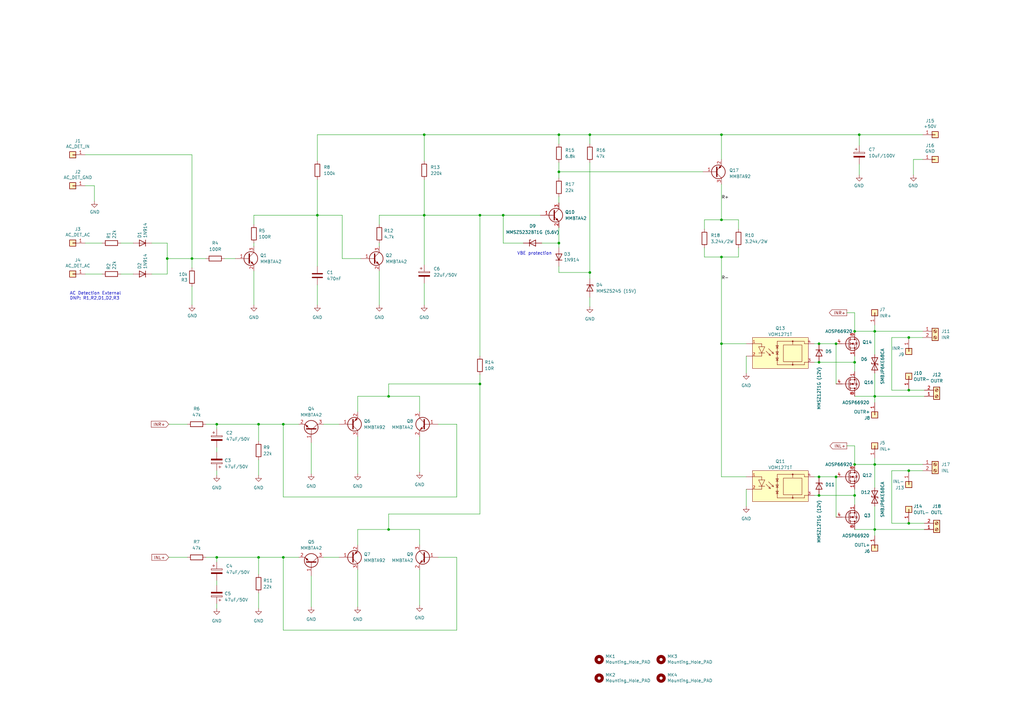
<source format=kicad_sch>
(kicad_sch (version 20230121) (generator eeschema)
  (paper "A3")
  (title_block (title "LS protection solid state relais") (date "2023-06-10") (rev "V5"))
  (lib_symbols
    (symbol "Connector:Screw_Terminal_01x02" (pin_names (offset 1.016) hide)
      (property "Reference" "J" (at 0 2.54 0))
      (property "Value" "Screw_Terminal_01x02" (at 0 -5.08 0))
      (symbol "Screw_Terminal_01x02_1_1"
        (rectangle (start -1.27 1.27) (end 1.27 -3.81) (stroke (width 0.254)) (fill (type background)))
        (circle (center 0 -2.54) (radius 0.635) (stroke (width 0.1524)))
        (polyline (pts (xy -0.5334 -2.2098) (xy 0.3302 -3.048)) (stroke (width 0.1524)))
        (polyline (pts (xy -0.5334 0.3302) (xy 0.3302 -0.508)) (stroke (width 0.1524)))
        (polyline (pts (xy -0.3556 -2.032) (xy 0.508 -2.8702)) (stroke (width 0.1524)))
        (polyline (pts (xy -0.3556 0.508) (xy 0.508 -0.3302)) (stroke (width 0.1524)))
        (circle (center 0 0) (radius 0.635) (stroke (width 0.1524)))
        (pin passive line (at -5.08 0 0) (length 3.81) (name "Pin_1") (number "1"))
        (pin passive line (at -5.08 -2.54 0) (length 3.81) (name "Pin_2") (number "2"))
      )
    )
    (symbol "Connector_Generic:Conn_01x01" (pin_names (offset 1.016) hide)
      (property "Reference" "J" (at 0 2.54 0))
      (property "Value" "Conn_01x01" (at 0 -2.54 0))
      (symbol "Conn_01x01_1_1"
        (rectangle (start -1.27 0.127) (end 0 -0.127) (stroke (width 0.1524)))
        (rectangle (start -1.27 1.27) (end 1.27 -1.27) (stroke (width 0.254)) (fill (type background)))
        (pin passive line (at -5.08 0 0) (length 3.81) (name "Pin_1") (number "1"))
      )
    )
    (symbol "Device:C" (pin_numbers hide) (pin_names (offset 0.254))
      (property "Reference" "C" (at 0.635 2.54 0))
      (property "Value" "C" (at 0.635 -2.54 0))
      (symbol "C_0_1"
        (polyline (pts (xy -2.032 -0.762) (xy 2.032 -0.762)) (stroke (width 0.508)))
        (polyline (pts (xy -2.032 0.762) (xy 2.032 0.762)) (stroke (width 0.508)))
      )
      (symbol "C_1_1"
        (pin passive line (at 0 3.81 270) (length 2.794) (name "~") (number "1"))
        (pin passive line (at 0 -3.81 90) (length 2.794) (name "~") (number "2"))
      )
    )
    (symbol "Device:C_Polarized" (pin_numbers hide) (pin_names (offset 0.254))
      (property "Reference" "C" (at 0.635 2.54 0))
      (property "Value" "C_Polarized" (at 0.635 -2.54 0))
      (symbol "C_Polarized_0_1"
        (rectangle (start -2.286 0.508) (end 2.286 1.016))
        (polyline (pts (xy -1.778 2.286) (xy -0.762 2.286)))
        (polyline (pts (xy -1.27 2.794) (xy -1.27 1.778)))
        (rectangle (start 2.286 -0.508) (end -2.286 -1.016) (fill (type outline)))
      )
      (symbol "C_Polarized_1_1"
        (pin passive line (at 0 3.81 270) (length 2.794) (name "~") (number "1"))
        (pin passive line (at 0 -3.81 90) (length 2.794) (name "~") (number "2"))
      )
    )
    (symbol "Device:D_TVS" (pin_numbers hide) (pin_names (offset 1.016) hide)
      (property "Reference" "D" (at 0 2.54 0))
      (property "Value" "D_TVS" (at 0 -2.54 0))
      (symbol "D_TVS_0_1"
        (polyline (pts (xy 1.27 0) (xy -1.27 0)))
        (polyline (pts (xy 0.508 1.27) (xy 0 1.27) (xy 0 -1.27) (xy -0.508 -1.27)) (stroke (width 0.254)))
        (polyline (pts (xy -2.54 1.27) (xy -2.54 -1.27) (xy 2.54 1.27) (xy 2.54 -1.27) (xy -2.54 1.27)) (stroke (width 0.254)))
      )
      (symbol "D_TVS_1_1"
        (pin passive line (at -3.81 0 0) (length 2.54) (name "A1") (number "1"))
        (pin passive line (at 3.81 0 180) (length 2.54) (name "A2") (number "2"))
      )
    )
    (symbol "Device:R" (pin_numbers hide) (pin_names (offset 0))
      (property "Reference" "R" (at 2.032 0 90))
      (property "Value" "R" (at 0 0 90))
      (symbol "R_0_1"
        (rectangle (start -1.016 -2.54) (end 1.016 2.54) (stroke (width 0.254)))
      )
      (symbol "R_1_1"
        (pin passive line (at 0 3.81 270) (length 1.27) (name "~") (number "1"))
        (pin passive line (at 0 -3.81 90) (length 1.27) (name "~") (number "2"))
      )
    )
    (symbol "Diode:1N4148" (pin_numbers hide) (pin_names (offset 1.016) hide)
      (property "Reference" "D" (at 0 2.54 0))
      (property "Value" "1N4148" (at 0 -2.54 0))
      (symbol "1N4148_0_1"
        (polyline (pts (xy -1.27 1.27) (xy -1.27 -1.27)) (stroke (width 0.254)))
        (polyline (pts (xy 1.27 0) (xy -1.27 0)))
        (polyline (pts (xy 1.27 1.27) (xy 1.27 -1.27) (xy -1.27 0) (xy 1.27 1.27)) (stroke (width 0.254)))
      )
      (symbol "1N4148_1_1"
        (pin passive line (at -3.81 0 0) (length 2.54) (name "K") (number "1"))
        (pin passive line (at 3.81 0 180) (length 2.54) (name "A") (number "2"))
      )
    )
    (symbol "Diode:1N47xxA" (pin_numbers hide) (pin_names (offset 1.016) hide)
      (property "Reference" "D" (at 0 2.54 0))
      (property "Value" "1N47xxA" (at 0 -2.54 0))
      (symbol "1N47xxA_0_1"
        (polyline (pts (xy 1.27 0) (xy -1.27 0)))
        (polyline (pts (xy -1.27 -1.27) (xy -1.27 1.27) (xy -0.762 1.27)) (stroke (width 0.254)))
        (polyline (pts (xy 1.27 -1.27) (xy 1.27 1.27) (xy -1.27 0) (xy 1.27 -1.27)) (stroke (width 0.254)))
      )
      (symbol "1N47xxA_1_1"
        (pin passive line (at -3.81 0 0) (length 2.54) (name "K") (number "1"))
        (pin passive line (at 3.81 0 180) (length 2.54) (name "A") (number "2"))
      )
    )
    (symbol "Mechanical:MountingHole" (pin_names (offset 1.016))
      (property "Reference" "H" (at 0 5.08 0))
      (property "Value" "MountingHole" (at 0 3.175 0))
      (symbol "MountingHole_0_1"
        (circle (center 0 0) (radius 1.27) (stroke (width 1.27)))
      )
    )
    (symbol "Transistor_BJT:MMBTA42" (pin_names (offset 0) hide)
      (property "Reference" "Q" (at 5.08 1.905 0))
      (property "Value" "MMBTA42" (at 5.08 0 0))
      (symbol "MMBTA42_0_1"
        (polyline (pts (xy 0 0) (xy 0.635 0)))
        (polyline (pts (xy 0.635 0.635) (xy 2.54 2.54)))
        (polyline (pts (xy 0.635 -0.635) (xy 2.54 -2.54) (xy 2.54 -2.54)))
        (polyline (pts (xy 0.635 1.905) (xy 0.635 -1.905) (xy 0.635 -1.905)) (stroke (width 0.508)))
        (polyline (pts (xy 1.27 -1.778) (xy 1.778 -1.27) (xy 2.286 -2.286) (xy 1.27 -1.778) (xy 1.27 -1.778)) (fill (type outline)))
        (circle (center 1.27 0) (radius 2.8194) (stroke (width 0.254)))
      )
      (symbol "MMBTA42_1_1"
        (pin input line (at -5.08 0 0) (length 5.08) (name "B") (number "1"))
        (pin passive line (at 2.54 -5.08 90) (length 2.54) (name "E") (number "2"))
        (pin passive line (at 2.54 5.08 270) (length 2.54) (name "C") (number "3"))
      )
    )
    (symbol "Transistor_BJT:MMBTA92" (pin_names (offset 0) hide)
      (property "Reference" "Q" (at 5.08 1.905 0))
      (property "Value" "MMBTA92" (at 5.08 0 0))
      (symbol "MMBTA92_0_1"
        (polyline (pts (xy 0 0) (xy 0.635 0)))
        (polyline (pts (xy 2.54 -2.54) (xy 0.635 -0.635)))
        (polyline (pts (xy 2.54 2.54) (xy 0.635 0.635)))
        (polyline (pts (xy 0.635 1.905) (xy 0.635 -1.905) (xy 0.635 -1.905)) (stroke (width 0.508)) (fill (type outline)))
        (polyline (pts (xy 1.905 -2.413) (xy 2.413 -1.905) (xy 1.397 -1.397) (xy 1.905 -2.413) (xy 1.905 -2.413)) (fill (type outline)))
        (circle (center 1.27 0) (radius 2.8194) (stroke (width 0.254)))
      )
      (symbol "MMBTA92_1_1"
        (pin input line (at -5.08 0 0) (length 5.08) (name "B") (number "1"))
        (pin passive line (at 2.54 -5.08 90) (length 2.54) (name "E") (number "2"))
        (pin passive line (at 2.54 5.08 270) (length 2.54) (name "C") (number "3"))
      )
    )
    (symbol "Transistor_FET:IRF7403" (pin_names hide)
      (property "Reference" "Q" (at 5.08 2.54 0))
      (property "Value" "IRF7403" (at 5.08 0 0))
      (symbol "IRF7403_0_1"
        (polyline (pts (xy 0.254 0) (xy -2.54 0)))
        (polyline (pts (xy 0.254 1.905) (xy 0.254 -1.905)) (stroke (width 0.254)))
        (polyline (pts (xy 0.762 -1.27) (xy 0.762 -2.286)) (stroke (width 0.254)))
        (polyline (pts (xy 0.762 0.508) (xy 0.762 -0.508)) (stroke (width 0.254)))
        (polyline (pts (xy 0.762 2.286) (xy 0.762 1.27)) (stroke (width 0.254)))
        (polyline (pts (xy 2.54 2.54) (xy 2.54 1.778)))
        (polyline (pts (xy 2.54 -2.54) (xy 2.54 0) (xy 0.762 0)))
        (polyline (pts (xy 0.762 -1.778) (xy 3.302 -1.778) (xy 3.302 1.778) (xy 0.762 1.778)))
        (polyline (pts (xy 1.016 0) (xy 2.032 0.381) (xy 2.032 -0.381) (xy 1.016 0)) (fill (type outline)))
        (polyline (pts (xy 2.794 0.508) (xy 2.921 0.381) (xy 3.683 0.381) (xy 3.81 0.254)))
        (polyline (pts (xy 3.302 0.381) (xy 2.921 -0.254) (xy 3.683 -0.254) (xy 3.302 0.381)))
        (circle (center 1.651 0) (radius 2.794) (stroke (width 0.254)))
        (circle (center 2.54 -1.778) (radius 0.254) (fill (type outline)))
        (circle (center 2.54 1.778) (radius 0.254) (fill (type outline)))
      )
      (symbol "IRF7403_1_1"
        (pin passive line (at 2.54 -5.08 90) (length 2.54) (name "S") (number "1"))
        (pin passive line (at 2.54 -5.08 90) (length 2.54) hide (name "S") (number "2"))
        (pin passive line (at 2.54 -5.08 90) (length 2.54) hide (name "S") (number "3"))
        (pin input line (at -5.08 0 0) (length 2.54) (name "G") (number "4"))
        (pin passive line (at 2.54 5.08 270) (length 2.54) hide (name "D") (number "5"))
        (pin passive line (at 2.54 5.08 270) (length 2.54) hide (name "D") (number "6"))
        (pin passive line (at 2.54 5.08 270) (length 2.54) hide (name "D") (number "7"))
        (pin passive line (at 2.54 5.08 270) (length 2.54) (name "D") (number "8"))
      )
    )
    (symbol "kicad-snk:VOM1271T" (pin_names (offset 1.016))
      (property "Reference" "Q" (at 0 5.08 0))
      (property "Value" "VOM1271T" (at 0 7.62 0))
      (symbol "VOM1271T_1_1"
        (polyline (pts (xy 7.62 -3.81) (xy 10.16 -3.81)))
        (polyline (pts (xy 7.62 -1.27) (xy 8.89 -3.81)))
        (polyline (pts (xy 7.62 -1.27) (xy 10.16 -1.27)))
        (polyline (pts (xy 8.89 -5.08) (xy 8.89 -3.81)))
        (polyline (pts (xy 8.89 -3.81) (xy 10.16 -1.27)))
        (polyline (pts (xy 8.89 0) (xy 8.89 -1.27)))
        (polyline (pts (xy 10.668 -3.048) (xy 12.446 -4.826)))
        (polyline (pts (xy 11.684 -2.032) (xy 13.716 -4.064)))
        (polyline (pts (xy 12.446 -4.826) (xy 11.684 -4.572)))
        (polyline (pts (xy 12.446 -4.826) (xy 12.192 -4.064)))
        (polyline (pts (xy 13.716 -4.064) (xy 12.954 -3.81)))
        (polyline (pts (xy 13.716 -4.064) (xy 13.462 -3.302)))
        (polyline (pts (xy 14.732 -6.858) (xy 15.748 -6.858)))
        (polyline (pts (xy 14.732 -5.842) (xy 15.748 -5.842)))
        (polyline (pts (xy 14.732 -4.318) (xy 15.748 -4.318)))
        (polyline (pts (xy 14.732 -3.302) (xy 15.24 -4.318)))
        (polyline (pts (xy 14.732 -3.302) (xy 15.748 -3.302)))
        (polyline (pts (xy 14.732 -1.778) (xy 15.748 -1.778)))
        (polyline (pts (xy 14.732 -0.762) (xy 15.748 -0.762)))
        (polyline (pts (xy 15.24 -8.636) (xy 15.24 1.016)))
        (polyline (pts (xy 15.24 -8.636) (xy 26.416 -8.636)))
        (polyline (pts (xy 15.24 -6.858) (xy 14.732 -5.842)))
        (polyline (pts (xy 15.24 -4.318) (xy 15.748 -3.302)))
        (polyline (pts (xy 15.24 -1.778) (xy 14.732 -0.762)))
        (polyline (pts (xy 15.24 1.016) (xy 26.416 1.016)))
        (polyline (pts (xy 15.748 -5.842) (xy 15.24 -6.858)))
        (polyline (pts (xy 15.748 -0.762) (xy 15.24 -1.778)))
        (polyline (pts (xy 21.59 -8.636) (xy 21.59 -7.62)))
        (polyline (pts (xy 21.59 1.016) (xy 21.59 -0.254)))
        (polyline (pts (xy 26.416 -8.636) (xy 26.416 -7.62)))
        (polyline (pts (xy 26.416 0) (xy 26.416 0.762)))
        (rectangle (start 5.08 2.54) (end 27.94 -10.16) (fill (type background)))
        (rectangle (start 17.78 -0.508) (end 25.4 -7.366) (fill (type background)))
        (circle (center 21.59 -8.636) (radius 0.254))
        (circle (center 21.59 1.016) (radius 0.254))
        (pin passive line (at 2.54 0 0) (length 6.35) (name "ANODE") (number "1"))
        (pin passive line (at 2.54 -5.08 0) (length 6.35) (name "CATHODE") (number "2"))
        (pin passive line (at 30.48 -7.62 180) (length 4.064) (name "3") (number "3"))
        (pin passive line (at 30.48 0 180) (length 4.064) (name "4") (number "4"))
      )
    )
    (symbol "power:GND" (power) (pin_names (offset 0))
      (property "Value" "GND" (at 0 -3.81 0))
      (symbol "GND_0_1"
        (polyline (pts (xy 0 0) (xy 0 -1.27) (xy 1.27 -1.27) (xy 0 -2.54) (xy -1.27 -1.27) (xy 0 -1.27)))
      )
      (symbol "GND_1_1"
        (pin power_in line (at 0 0 270) (length 0) hide (name "GND") (number "1"))
      )
    )
  )
  (junction (at 335.915 195.58))
  (junction (at 68.58 106.045))
  (junction (at 173.99 88.265))
  (junction (at 295.91 55.245))
  (junction (at 88.9 228.6))
  (junction (at 130.175 88.265))
  (junction (at 196.85 88.265))
  (junction (at 342.9 195.58))
  (junction (at 241.935 111.76))
  (junction (at 342.9 140.97))
  (junction (at 106.045 173.99))
  (junction (at 295.91 105.41))
  (junction (at 116.205 228.6))
  (junction (at 335.915 203.2))
  (junction (at 106.045 228.6))
  (junction (at 350.52 135.89))
  (junction (at 335.915 148.59))
  (junction (at 206.375 88.265))
  (junction (at 78.74 106.045))
  (junction (at 295.91 140.97))
  (junction (at 295.91 90.17))
  (junction (at 358.775 217.17))
  (junction (at 350.52 190.5))
  (junction (at 358.775 190.5))
  (junction (at 352.425 55.245))
  (junction (at 196.85 157.48))
  (junction (at 372.745 214.63))
  (junction (at 159.385 162.56))
  (junction (at 229.235 70.485))
  (junction (at 372.745 160.02))
  (junction (at 116.205 173.99))
  (junction (at 229.235 55.245))
  (junction (at 358.775 135.89))
  (junction (at 350.52 148.59))
  (junction (at 229.235 99.695))
  (junction (at 159.385 217.17))
  (junction (at 241.935 55.245))
  (junction (at 88.9 173.99))
  (junction (at 335.915 140.97))
  (junction (at 372.745 193.04))
  (junction (at 350.52 203.2))
  (junction (at 173.99 55.245))
  (junction (at 358.775 162.56))
  (junction (at 372.745 138.43))
  (wire (pts (xy 342.9 140.97) (xy 342.9 157.48)))
  (wire (pts (xy 116.205 203.835) (xy 187.325 203.835)))
  (wire (pts (xy 295.91 55.245) (xy 295.91 65.405)))
  (wire (pts (xy 196.85 210.82) (xy 196.85 157.48)))
  (wire (pts (xy 335.915 148.59) (xy 350.52 148.59)))
  (wire (pts (xy 104.14 111.125) (xy 104.14 125.095)))
  (wire (pts (xy 295.91 55.245) (xy 352.425 55.245)))
  (wire (pts (xy 229.235 70.485) (xy 288.29 70.485)))
  (wire (pts (xy 104.14 99.695) (xy 104.14 100.965)))
  (wire (pts (xy 132.715 228.6) (xy 139.065 228.6)))
  (wire (pts (xy 334.01 195.58) (xy 335.915 195.58)))
  (wire (pts (xy 92.075 106.045) (xy 96.52 106.045)))
  (wire (pts (xy 173.99 116.205) (xy 173.99 125.095)))
  (wire (pts (xy 88.9 228.6) (xy 88.9 230.505)))
  (wire (pts (xy 372.745 193.04) (xy 372.745 193.675)))
  (wire (pts (xy 358.775 217.17) (xy 379.095 217.17)))
  (wire (pts (xy 187.325 258.445) (xy 187.325 228.6)))
  (wire (pts (xy 159.385 157.48) (xy 159.385 162.56)))
  (wire (pts (xy 350.52 135.89) (xy 358.775 135.89)))
  (wire (pts (xy 372.745 159.385) (xy 372.745 160.02)))
  (wire (pts (xy 78.74 117.475) (xy 78.74 125.095)))
  (wire (pts (xy 358.775 145.415) (xy 358.775 135.89)))
  (wire (pts (xy 106.045 243.205) (xy 106.045 249.555)))
  (wire (pts (xy 196.85 157.48) (xy 159.385 157.48)))
  (wire (pts (xy 374.65 65.405) (xy 378.46 65.405)))
  (wire (pts (xy 229.235 93.345) (xy 229.235 99.695)))
  (wire (pts (xy 140.335 106.045) (xy 147.955 106.045)))
  (wire (pts (xy 335.915 140.97) (xy 342.9 140.97)))
  (wire (pts (xy 229.235 111.76) (xy 241.935 111.76)))
  (wire (pts (xy 127.635 181.61) (xy 127.635 194.31)))
  (wire (pts (xy 172.085 217.17) (xy 172.085 223.52)))
  (wire (pts (xy 88.9 173.99) (xy 106.045 173.99)))
  (wire (pts (xy 88.9 183.515) (xy 88.9 185.42)))
  (wire (pts (xy 140.335 88.265) (xy 140.335 106.045)))
  (wire (pts (xy 295.91 140.97) (xy 295.91 195.58)))
  (wire (pts (xy 38.735 76.2) (xy 34.925 76.2)))
  (wire (pts (xy 288.925 105.41) (xy 295.91 105.41)))
  (wire (pts (xy 78.74 63.5) (xy 34.925 63.5)))
  (wire (pts (xy 173.99 88.265) (xy 155.575 88.265)))
  (wire (pts (xy 62.23 112.395) (xy 68.58 112.395)))
  (wire (pts (xy 241.935 121.92) (xy 241.935 125.73)))
  (wire (pts (xy 365.76 193.04) (xy 365.76 214.63)))
  (wire (pts (xy 334.01 203.2) (xy 335.915 203.2)))
  (wire (pts (xy 302.895 90.17) (xy 295.91 90.17)))
  (wire (pts (xy 378.46 193.04) (xy 372.745 193.04)))
  (wire (pts (xy 378.46 138.43) (xy 372.745 138.43)))
  (wire (pts (xy 306.07 146.05) (xy 306.07 153.035)))
  (wire (pts (xy 116.205 228.6) (xy 116.205 258.445)))
  (wire (pts (xy 78.74 106.045) (xy 84.455 106.045)))
  (wire (pts (xy 49.53 99.695) (xy 54.61 99.695)))
  (wire (pts (xy 206.375 88.265) (xy 221.615 88.265)))
  (wire (pts (xy 347.345 182.88) (xy 350.52 182.88)))
  (wire (pts (xy 106.045 188.595) (xy 106.045 194.945)))
  (wire (pts (xy 358.775 190.5) (xy 378.46 190.5)))
  (wire (pts (xy 127.635 236.22) (xy 127.635 248.92)))
  (wire (pts (xy 350.52 200.66) (xy 350.52 203.2)))
  (wire (pts (xy 295.91 195.58) (xy 306.07 195.58)))
  (wire (pts (xy 302.895 105.41) (xy 302.895 101.6)))
  (wire (pts (xy 241.935 111.76) (xy 241.935 114.3)))
  (wire (pts (xy 352.425 55.245) (xy 378.46 55.245)))
  (wire (pts (xy 229.235 109.22) (xy 229.235 111.76)))
  (wire (pts (xy 372.745 160.02) (xy 379.095 160.02)))
  (wire (pts (xy 155.575 88.265) (xy 155.575 92.075)))
  (wire (pts (xy 34.925 99.695) (xy 41.91 99.695)))
  (wire (pts (xy 173.99 55.245) (xy 130.175 55.245)))
  (wire (pts (xy 34.925 112.395) (xy 41.91 112.395)))
  (wire (pts (xy 68.58 106.045) (xy 68.58 112.395)))
  (wire (pts (xy 229.235 66.675) (xy 229.235 70.485)))
  (wire (pts (xy 49.53 112.395) (xy 54.61 112.395)))
  (wire (pts (xy 155.575 99.695) (xy 155.575 100.965)))
  (wire (pts (xy 106.045 228.6) (xy 116.205 228.6)))
  (wire (pts (xy 116.205 258.445) (xy 187.325 258.445)))
  (wire (pts (xy 173.99 73.66) (xy 173.99 88.265)))
  (wire (pts (xy 104.14 88.265) (xy 104.14 92.075)))
  (wire (pts (xy 196.85 88.265) (xy 196.85 146.05)))
  (wire (pts (xy 130.175 88.265) (xy 140.335 88.265)))
  (wire (pts (xy 295.91 140.97) (xy 306.07 140.97)))
  (wire (pts (xy 334.01 140.97) (xy 335.915 140.97)))
  (wire (pts (xy 350.52 217.17) (xy 358.775 217.17)))
  (wire (pts (xy 159.385 217.17) (xy 159.385 210.82)))
  (wire (pts (xy 106.045 173.99) (xy 106.045 180.975)))
  (wire (pts (xy 106.045 173.99) (xy 116.205 173.99)))
  (wire (pts (xy 116.205 173.99) (xy 122.555 173.99)))
  (wire (pts (xy 104.14 88.265) (xy 130.175 88.265)))
  (wire (pts (xy 358.775 207.645) (xy 358.775 217.17)))
  (wire (pts (xy 352.425 67.31) (xy 352.425 71.755)))
  (wire (pts (xy 78.74 106.045) (xy 78.74 109.855)))
  (wire (pts (xy 187.325 228.6) (xy 179.705 228.6)))
  (wire (pts (xy 130.175 73.66) (xy 130.175 88.265)))
  (wire (pts (xy 358.775 187.96) (xy 358.775 190.5)))
  (wire (pts (xy 358.775 217.17) (xy 358.775 219.71)))
  (wire (pts (xy 241.935 55.245) (xy 241.935 59.055)))
  (wire (pts (xy 146.685 179.07) (xy 146.685 194.31)))
  (wire (pts (xy 347.345 128.27) (xy 350.52 128.27)))
  (wire (pts (xy 173.99 55.245) (xy 229.235 55.245)))
  (wire (pts (xy 106.045 228.6) (xy 106.045 235.585)))
  (wire (pts (xy 350.52 182.88) (xy 350.52 190.5)))
  (wire (pts (xy 334.01 148.59) (xy 335.915 148.59)))
  (wire (pts (xy 342.9 195.58) (xy 342.9 212.09)))
  (wire (pts (xy 173.99 55.245) (xy 173.99 66.04)))
  (wire (pts (xy 302.895 93.98) (xy 302.895 90.17)))
  (wire (pts (xy 130.175 55.245) (xy 130.175 66.04)))
  (wire (pts (xy 302.895 105.41) (xy 295.91 105.41)))
  (wire (pts (xy 130.175 88.265) (xy 130.175 109.22)))
  (wire (pts (xy 172.085 179.07) (xy 172.085 193.675)))
  (wire (pts (xy 68.58 99.695) (xy 62.23 99.695)))
  (wire (pts (xy 350.52 148.59) (xy 350.52 152.4)))
  (wire (pts (xy 358.775 153.035) (xy 358.775 162.56)))
  (wire (pts (xy 222.25 99.695) (xy 229.235 99.695)))
  (wire (pts (xy 173.99 88.265) (xy 196.85 88.265)))
  (wire (pts (xy 159.385 162.56) (xy 172.085 162.56)))
  (wire (pts (xy 88.9 173.99) (xy 88.9 175.895)))
  (wire (pts (xy 68.58 106.045) (xy 78.74 106.045)))
  (wire (pts (xy 295.91 75.565) (xy 295.91 90.17)))
  (wire (pts (xy 350.52 146.05) (xy 350.52 148.59)))
  (wire (pts (xy 88.9 228.6) (xy 106.045 228.6)))
  (wire (pts (xy 229.235 99.695) (xy 229.235 101.6)))
  (wire (pts (xy 229.235 55.245) (xy 229.235 59.055)))
  (wire (pts (xy 350.52 128.27) (xy 350.52 135.89)))
  (wire (pts (xy 38.735 82.55) (xy 38.735 76.2)))
  (wire (pts (xy 187.325 203.835) (xy 187.325 173.99)))
  (wire (pts (xy 295.91 105.41) (xy 295.91 140.97)))
  (wire (pts (xy 116.205 173.99) (xy 116.205 203.835)))
  (wire (pts (xy 229.235 70.485) (xy 229.235 73.025)))
  (wire (pts (xy 146.685 162.56) (xy 159.385 162.56)))
  (wire (pts (xy 88.9 193.04) (xy 88.9 194.945)))
  (wire (pts (xy 241.935 66.675) (xy 241.935 111.76)))
  (wire (pts (xy 88.9 238.125) (xy 88.9 240.03)))
  (wire (pts (xy 372.745 193.04) (xy 365.76 193.04)))
  (wire (pts (xy 372.745 213.995) (xy 372.745 214.63)))
  (wire (pts (xy 172.085 233.68) (xy 172.085 248.285)))
  (wire (pts (xy 146.685 217.17) (xy 159.385 217.17)))
  (wire (pts (xy 88.9 247.65) (xy 88.9 249.555)))
  (wire (pts (xy 365.76 160.02) (xy 372.745 160.02)))
  (wire (pts (xy 288.925 90.17) (xy 295.91 90.17)))
  (wire (pts (xy 335.915 195.58) (xy 342.9 195.58)))
  (wire (pts (xy 196.85 153.67) (xy 196.85 157.48)))
  (wire (pts (xy 187.325 173.99) (xy 179.705 173.99)))
  (wire (pts (xy 335.915 203.2) (xy 350.52 203.2)))
  (wire (pts (xy 132.715 173.99) (xy 139.065 173.99)))
  (wire (pts (xy 350.52 162.56) (xy 358.775 162.56)))
  (wire (pts (xy 68.58 106.045) (xy 68.58 99.695)))
  (wire (pts (xy 69.215 173.99) (xy 76.835 173.99)))
  (wire (pts (xy 358.775 133.35) (xy 358.775 135.89)))
  (wire (pts (xy 372.745 214.63) (xy 379.095 214.63)))
  (wire (pts (xy 146.685 223.52) (xy 146.685 217.17)))
  (wire (pts (xy 206.375 99.695) (xy 206.375 88.265)))
  (wire (pts (xy 172.085 162.56) (xy 172.085 168.91)))
  (wire (pts (xy 358.775 200.025) (xy 358.775 190.5)))
  (wire (pts (xy 78.74 106.045) (xy 78.74 63.5)))
  (wire (pts (xy 196.85 88.265) (xy 206.375 88.265)))
  (wire (pts (xy 159.385 217.17) (xy 172.085 217.17)))
  (wire (pts (xy 84.455 228.6) (xy 88.9 228.6)))
  (wire (pts (xy 173.99 88.265) (xy 173.99 108.585)))
  (wire (pts (xy 358.775 135.89) (xy 378.46 135.89)))
  (wire (pts (xy 288.925 101.6) (xy 288.925 105.41)))
  (wire (pts (xy 146.685 168.91) (xy 146.685 162.56)))
  (wire (pts (xy 229.235 80.645) (xy 229.235 83.185)))
  (wire (pts (xy 69.215 228.6) (xy 76.835 228.6)))
  (wire (pts (xy 84.455 173.99) (xy 88.9 173.99)))
  (wire (pts (xy 372.745 138.43) (xy 365.76 138.43)))
  (wire (pts (xy 358.775 162.56) (xy 358.775 165.1)))
  (wire (pts (xy 288.925 93.98) (xy 288.925 90.17)))
  (wire (pts (xy 155.575 111.125) (xy 155.575 125.095)))
  (wire (pts (xy 365.76 138.43) (xy 365.76 160.02)))
  (wire (pts (xy 365.76 214.63) (xy 372.745 214.63)))
  (wire (pts (xy 352.425 55.245) (xy 352.425 59.69)))
  (wire (pts (xy 130.175 116.84) (xy 130.175 125.095)))
  (wire (pts (xy 159.385 210.82) (xy 196.85 210.82)))
  (wire (pts (xy 146.685 233.68) (xy 146.685 248.92)))
  (wire (pts (xy 241.935 55.245) (xy 295.91 55.245)))
  (wire (pts (xy 372.745 138.43) (xy 372.745 139.065)))
  (wire (pts (xy 350.52 203.2) (xy 350.52 207.01)))
  (wire (pts (xy 374.65 71.755) (xy 374.65 65.405)))
  (wire (pts (xy 214.63 99.695) (xy 206.375 99.695)))
  (wire (pts (xy 229.235 55.245) (xy 241.935 55.245)))
  (wire (pts (xy 350.52 190.5) (xy 358.775 190.5)))
  (wire (pts (xy 306.07 200.66) (xy 306.07 207.645)))
  (wire (pts (xy 116.205 228.6) (xy 122.555 228.6)))
  (wire (pts (xy 358.775 162.56) (xy 379.095 162.56)))
  (text "AC Detection External\nDNP: R1,R2,D1,D2,R3" (at 28.575 123.19 0) (effects (font (size 1.27 1.27)) (justify left bottom)))
  (text "VBE protection" (at 212.09 104.775 0) (effects (font (size 1.27 1.27)) (justify left bottom)))
  (label "R+" (at 295.91 81.915 0))
  (label "R-" (at 295.91 114.935 0))
  (global_label "INL+" (shape output) (at 347.345 182.88 180) (property "Intersheetrefs" "${INTERSHEET_REFS}" (effects hide)))
  (global_label "INL+" (shape input) (at 69.215 228.6 180) (property "Intersheetrefs" "${INTERSHEET_REFS}" (effects hide)))
  (global_label "INR+" (shape output) (at 347.345 128.27 180) (property "Intersheetrefs" "${INTERSHEET_REFS}" (effects hide)))
  (global_label "INR+" (shape input) (at 69.215 173.99 180) (property "Intersheetrefs" "${INTERSHEET_REFS}" (effects hide)))
  (symbol (lib_id "power:GND") (at 374.65 71.755 0) (mirror y) (unit 1)
    (property "Reference" "#PWR0101" (effects hide))
    (property "Value" "GND" (at 374.523 76.1492 0))
  )
  (symbol (lib_id "Diode:1N47xxA") (at 335.915 144.78 270) (unit 1)
    (property "Reference" "D5" (at 338.455 144.145 90) (effects (justify left)))
    (property "Value" "MMSZ12T1G (12V)" (at 335.915 150.495 0) (effects (justify left)))
    (property "Footprint" "Diode_SMD:D_SOD-123" (effects hide))
  )
  (symbol (lib_id "power:GND") (at 306.07 207.645 0) (unit 1)
    (property "Reference" "#PWR0102" (effects hide))
    (property "Value" "GND" (at 306.07 212.725 0))
  )
  (symbol (lib_id "power:GND") (at 146.685 248.92 0) (unit 1)
    (property "Reference" "#PWR0110" (effects hide))
    (property "Value" "GND" (at 146.685 254 0))
  )
  (symbol (lib_id "Connector_Generic:Conn_01x01") (at 358.775 128.27 90) (unit 1)
    (property "Reference" "J7" (at 360.68 127 90) (effects (justify right)))
    (property "Value" "INR+" (at 360.68 129.54 90) (effects (justify right)))
    (property "Footprint" "kicad-snk:TE-726386-2_Pitch5.08mm_Drill1.3mm" (effects hide))
  )
  (symbol (lib_id "Device:R") (at 104.14 95.885 0) (unit 1)
    (property "Reference" "R5" (at 106.045 94.6149 0) (effects (justify left)))
    (property "Value" "100R" (at 106.045 97.1549 0) (effects (justify left)))
    (property "Footprint" "Resistor_SMD:R_0805_2012Metric_Pad1.20x1.40mm_HandSolder" (effects hide))
  )
  (symbol (lib_id "Transistor_FET:IRF7403") (at 347.98 195.58 0) (unit 1)
    (property "Reference" "Q12" (at 353.695 194.945 0) (effects (justify left)))
    (property "Value" "AOSP66920" (at 338.455 190.5 0) (effects (justify left)))
    (property "Footprint" "Package_SO:SOIC-8_3.9x4.9mm_P1.27mm" (effects hide))
    (property "Datasheet" "https://www.infineon.com/dgdl/irf7403pbf.pdf?fileId=5546d462533600a4015355fa23541b9c" (effects hide))
  )
  (symbol (lib_id "Transistor_BJT:MMBTA42") (at 174.625 228.6 0) (mirror y) (unit 1)
    (property "Reference" "Q9" (at 169.545 227.3299 0) (effects (justify left)))
    (property "Value" "MMBTA42" (at 169.545 229.8699 0) (effects (justify left)))
    (property "Footprint" "Package_TO_SOT_SMD:SOT-23" (effects hide))
    (property "Datasheet" "https://www.onsemi.com/pub/Collateral/MMBTA42LT1-D.PDF" (effects hide))
  )
  (symbol (lib_id "Transistor_BJT:MMBTA42") (at 101.6 106.045 0) (unit 1)
    (property "Reference" "Q1" (at 106.68 104.7749 0) (effects (justify left)))
    (property "Value" "MMBTA42" (at 106.68 107.3149 0) (effects (justify left)))
    (property "Footprint" "Package_TO_SOT_SMD:SOT-23" (effects hide))
    (property "Datasheet" "https://www.onsemi.com/pub/Collateral/MMBTA42LT1-D.PDF" (effects hide))
  )
  (symbol (lib_id "Transistor_BJT:MMBTA42") (at 153.035 106.045 0) (unit 1)
    (property "Reference" "Q2" (at 158.115 104.7749 0) (effects (justify left)))
    (property "Value" "MMBTA42" (at 158.115 107.3149 0) (effects (justify left)))
    (property "Footprint" "Package_TO_SOT_SMD:SOT-23" (effects hide))
    (property "Datasheet" "https://www.onsemi.com/pub/Collateral/MMBTA42LT1-D.PDF" (effects hide))
  )
  (symbol (lib_id "Connector_Generic:Conn_01x01") (at 358.775 170.18 270) (unit 1)
    (property "Reference" "J8" (at 356.87 171.45 90) (effects (justify right)))
    (property "Value" "OUTR+" (at 356.87 168.91 90) (effects (justify right)))
    (property "Footprint" "kicad-snk:TE-726386-2_Pitch5.08mm_Drill1.3mm" (effects hide))
  )
  (symbol (lib_id "Mechanical:MountingHole") (at 271.145 278.13 0) (unit 1)
    (property "Reference" "MK4" (at 273.685 276.8346 0) (effects (justify left)))
    (property "Value" "Mounting_Hole_PAD" (at 273.685 279.146 0) (effects (justify left)))
    (property "Footprint" "MountingHole:MountingHole_3.2mm_M3_Pad_Via" (effects hide))
  )
  (symbol (lib_id "Mechanical:MountingHole") (at 245.745 278.13 0) (unit 1)
    (property "Reference" "MK2" (at 248.285 276.8346 0) (effects (justify left)))
    (property "Value" "Mounting_Hole_PAD" (at 248.285 279.146 0) (effects (justify left)))
    (property "Footprint" "MountingHole:MountingHole_3.2mm_M3_Pad_Via" (effects hide))
  )
  (symbol (lib_id "Connector:Screw_Terminal_01x02") (at 383.54 135.89 0) (unit 1)
    (property "Reference" "J11" (at 386.08 135.8899 0) (effects (justify left)))
    (property "Value" "INR" (at 386.08 138.4299 0) (effects (justify left)))
    (property "Footprint" "TerminalBlock_RND:TerminalBlock_RND_205-00012_1x02_P5.00mm_Horizontal" (effects hide))
  )
  (symbol (lib_id "Diode:1N4148") (at 229.235 105.41 90) (unit 1)
    (property "Reference" "D3" (at 231.267 104.2416 90) (effects (justify right)))
    (property "Value" "1N914" (at 231.267 106.553 90) (effects (justify right)))
    (property "Footprint" "Diode_SMD:D_SOD-123" (effects hide))
    (property "Datasheet" "https://assets.nexperia.com/documents/data-sheet/1N4148_1N4448.pdf" (effects hide))
  )
  (symbol (lib_id "Connector_Generic:Conn_01x01") (at 29.845 63.5 180) (unit 1)
    (property "Reference" "J1" (at 31.9278 57.785 0))
    (property "Value" "AC_DET_IN" (at 31.9278 60.0964 0))
    (property "Footprint" "Connector_Pin:Pin_D1.0mm_L10.0mm" (effects hide))
  )
  (symbol (lib_id "Device:R") (at 45.72 112.395 90) (unit 1)
    (property "Reference" "R2" (at 44.5516 110.617 0) (effects (justify left)))
    (property "Value" "22k" (at 46.863 110.617 0) (effects (justify left)))
    (property "Footprint" "Resistor_SMD:R_0805_2012Metric_Pad1.20x1.40mm_HandSolder" (effects hide))
  )
  (symbol (lib_id "Device:C_Polarized") (at 88.9 189.23 180) (unit 1)
    (property "Reference" "C3" (at 92.075 188.8489 0) (effects (justify right)))
    (property "Value" "47uF/50V" (at 92.075 191.3889 0) (effects (justify right)))
    (property "Footprint" "Capacitor_THT:CP_Radial_D6.3mm_P2.50mm" (effects hide))
  )
  (symbol (lib_id "Connector_Generic:Conn_01x01") (at 29.845 112.395 180) (unit 1)
    (property "Reference" "J4" (at 31.9278 106.68 0))
    (property "Value" "AC_DET_AC" (at 31.9278 108.9914 0))
    (property "Footprint" "Connector_Pin:Pin_D1.0mm_L10.0mm" (effects hide))
  )
  (symbol (lib_id "Transistor_FET:IRF7403") (at 347.98 157.48 0) (mirror x) (unit 1)
    (property "Reference" "Q16" (at 354.33 156.845 0) (effects (justify left)))
    (property "Value" "AOSP66920" (at 345.44 165.1 0) (effects (justify left)))
    (property "Footprint" "Package_SO:SOIC-8_3.9x4.9mm_P1.27mm" (effects hide))
    (property "Datasheet" "https://www.infineon.com/dgdl/irf7403pbf.pdf?fileId=5546d462533600a4015355fa23541b9c" (effects hide))
  )
  (symbol (lib_id "power:GND") (at 38.735 82.55 0) (unit 1)
    (property "Reference" "#PWR0119" (effects hide))
    (property "Value" "GND" (at 38.862 86.9442 0))
  )
  (symbol (lib_id "Connector_Generic:Conn_01x01") (at 358.775 182.88 90) (unit 1)
    (property "Reference" "J5" (at 360.68 181.61 90) (effects (justify right)))
    (property "Value" "INL+" (at 360.68 184.15 90) (effects (justify right)))
    (property "Footprint" "kicad-snk:TE-726386-2_Pitch5.08mm_Drill1.3mm" (effects hide))
  )
  (symbol (lib_id "Device:R") (at 173.99 69.85 0) (unit 1)
    (property "Reference" "R13" (at 176.53 68.5799 0) (effects (justify left)))
    (property "Value" "220k" (at 176.53 71.1199 0) (effects (justify left)))
    (property "Footprint" "Resistor_SMD:R_0805_2012Metric_Pad1.20x1.40mm_HandSolder" (effects hide))
  )
  (symbol (lib_id "power:GND") (at 127.635 248.92 0) (unit 1)
    (property "Reference" "#PWR0107" (effects hide))
    (property "Value" "GND" (at 127.635 254 0))
  )
  (symbol (lib_id "power:GND") (at 88.9 249.555 0) (unit 1)
    (property "Reference" "#PWR0108" (effects hide))
    (property "Value" "GND" (at 88.9 254.635 0))
  )
  (symbol (lib_id "Mechanical:MountingHole") (at 271.145 270.51 0) (unit 1)
    (property "Reference" "MK3" (at 273.685 269.2146 0) (effects (justify left)))
    (property "Value" "Mounting_Hole_PAD" (at 273.685 271.526 0) (effects (justify left)))
    (property "Footprint" "MountingHole:MountingHole_3.2mm_M3_Pad_Via" (effects hide))
  )
  (symbol (lib_id "power:GND") (at 352.425 71.755 0) (mirror y) (unit 1)
    (property "Reference" "#PWR02" (effects hide))
    (property "Value" "GND" (at 352.298 76.1492 0))
  )
  (symbol (lib_id "Transistor_BJT:MMBTA92") (at 293.37 70.485 0) (mirror x) (unit 1)
    (property "Reference" "Q17" (at 299.085 69.85 0) (effects (justify left)))
    (property "Value" "MMBTA92" (at 299.085 72.39 0) (effects (justify left)))
    (property "Footprint" "Package_TO_SOT_SMD:SOT-23" (effects hide))
    (property "Datasheet" "https://www.onsemi.com/pub/Collateral/MMBTA92LT1-D.PDF" (effects hide))
  )
  (symbol (lib_id "Connector_Generic:Conn_01x01") (at 383.54 65.405 0) (mirror x) (unit 1)
    (property "Reference" "J16" (at 381.4572 59.69 0))
    (property "Value" "GND" (at 381.4572 62.0014 0))
    (property "Footprint" "Connector_Pin:Pin_D1.0mm_L10.0mm" (effects hide))
  )
  (symbol (lib_id "Device:C_Polarized") (at 88.9 234.315 0) (unit 1)
    (property "Reference" "C4" (at 92.71 232.1559 0) (effects (justify left)))
    (property "Value" "47uF/50V" (at 92.71 234.6959 0) (effects (justify left)))
    (property "Footprint" "Capacitor_THT:CP_Radial_D6.3mm_P2.50mm" (effects hide))
  )
  (symbol (lib_id "Transistor_BJT:MMBTA92") (at 144.145 228.6 0) (mirror x) (unit 1)
    (property "Reference" "Q7" (at 149.225 227.3299 0) (effects (justify left)))
    (property "Value" "MMBTA92" (at 149.225 229.8699 0) (effects (justify left)))
    (property "Footprint" "Package_TO_SOT_SMD:SOT-23" (effects hide))
    (property "Datasheet" "https://www.onsemi.com/pub/Collateral/MMBTA92LT1-D.PDF" (effects hide))
  )
  (symbol (lib_id "Device:C") (at 130.175 113.03 0) (unit 1)
    (property "Reference" "C1" (at 133.985 111.7599 0) (effects (justify left)))
    (property "Value" "470nF" (at 133.985 114.2999 0) (effects (justify left)))
    (property "Footprint" "Capacitor_SMD:C_1206_3216Metric_Pad1.33x1.80mm_HandSolder" (effects hide))
  )
  (symbol (lib_id "Device:C_Polarized") (at 88.9 179.705 0) (unit 1)
    (property "Reference" "C2" (at 92.71 177.5459 0) (effects (justify left)))
    (property "Value" "47uF/50V" (at 92.71 180.0859 0) (effects (justify left)))
    (property "Footprint" "Capacitor_THT:CP_Radial_D6.3mm_P2.50mm" (effects hide))
  )
  (symbol (lib_id "power:GND") (at 306.07 153.035 0) (unit 1)
    (property "Reference" "#PWR01" (effects hide))
    (property "Value" "GND" (at 306.07 158.115 0))
  )
  (symbol (lib_id "Diode:1N4148") (at 58.42 112.395 180) (unit 1)
    (property "Reference" "D2" (at 57.2516 110.363 90) (effects (justify right)))
    (property "Value" "1N914" (at 59.563 110.363 90) (effects (justify right)))
    (property "Footprint" "Diode_SMD:D_SOD-123" (effects hide))
    (property "Datasheet" "https://assets.nexperia.com/documents/data-sheet/1N4148_1N4448.pdf" (effects hide))
  )
  (symbol (lib_id "Device:C_Polarized") (at 352.425 63.5 0) (unit 1)
    (property "Reference" "C7" (at 356.235 61.3409 0) (effects (justify left)))
    (property "Value" "10uF/100V" (at 356.235 63.8809 0) (effects (justify left)))
    (property "Footprint" "Capacitor_THT:CP_Radial_D6.3mm_P2.50mm" (effects hide))
  )
  (symbol (lib_id "Diode:1N4148") (at 58.42 99.695 180) (unit 1)
    (property "Reference" "D1" (at 57.2516 97.663 90) (effects (justify right)))
    (property "Value" "1N914" (at 59.563 97.663 90) (effects (justify right)))
    (property "Footprint" "Diode_SMD:D_SOD-123" (effects hide))
    (property "Datasheet" "https://assets.nexperia.com/documents/data-sheet/1N4148_1N4448.pdf" (effects hide))
  )
  (symbol (lib_id "Device:R") (at 78.74 113.665 180) (unit 1)
    (property "Reference" "R3" (at 76.962 114.8334 0) (effects (justify left)))
    (property "Value" "10k" (at 76.962 112.522 0) (effects (justify left)))
    (property "Footprint" "Resistor_SMD:R_0805_2012Metric_Pad1.20x1.40mm_HandSolder" (effects hide))
  )
  (symbol (lib_id "Transistor_FET:IRF7403") (at 347.98 212.09 0) (mirror x) (unit 1)
    (property "Reference" "Q3" (at 354.33 211.455 0) (effects (justify left)))
    (property "Value" "AOSP66920" (at 345.44 219.71 0) (effects (justify left)))
    (property "Footprint" "Package_SO:SOIC-8_3.9x4.9mm_P1.27mm" (effects hide))
    (property "Datasheet" "https://www.infineon.com/dgdl/irf7403pbf.pdf?fileId=5546d462533600a4015355fa23541b9c" (effects hide))
  )
  (symbol (lib_id "Device:R") (at 80.645 228.6 90) (unit 1)
    (property "Reference" "R7" (at 80.645 222.25 90))
    (property "Value" "47k" (at 80.645 224.79 90))
    (property "Footprint" "Resistor_SMD:R_0805_2012Metric_Pad1.20x1.40mm_HandSolder" (effects hide))
  )
  (symbol (lib_id "Device:R") (at 106.045 239.395 180) (unit 1)
    (property "Reference" "R11" (at 107.95 238.1249 0) (effects (justify right)))
    (property "Value" "22k" (at 107.95 240.6649 0) (effects (justify right)))
    (property "Footprint" "Resistor_SMD:R_0805_2012Metric_Pad1.20x1.40mm_HandSolder" (effects hide))
  )
  (symbol (lib_id "Device:D_TVS") (at 358.775 149.225 90) (unit 1)
    (property "Reference" "D6" (at 353.06 147.32 90) (effects (justify right)))
    (property "Value" "SMBJP6KE68CA" (at 361.95 142.875 0) (effects (justify right)))
    (property "Footprint" "Diode_SMD:D_SMB_Handsoldering" (effects hide))
  )
  (symbol (lib_id "Connector_Generic:Conn_01x01") (at 372.745 144.145 270) (unit 1)
    (property "Reference" "J9" (at 370.84 145.415 90) (effects (justify right)))
    (property "Value" "INR-" (at 370.84 142.875 90) (effects (justify right)))
    (property "Footprint" "kicad-snk:TE-726386-2_Pitch5.08mm_Drill1.3mm" (effects hide))
  )
  (symbol (lib_id "Device:R") (at 196.85 149.86 180) (unit 1)
    (property "Reference" "R14" (at 198.755 148.5899 0) (effects (justify right)))
    (property "Value" "10R" (at 198.755 151.1299 0) (effects (justify right)))
    (property "Footprint" "Resistor_SMD:R_0805_2012Metric_Pad1.20x1.40mm_HandSolder" (effects hide))
  )
  (symbol (lib_id "Connector_Generic:Conn_01x01") (at 29.845 76.2 180) (unit 1)
    (property "Reference" "J2" (at 31.9278 70.485 0))
    (property "Value" "AC_DET_GND" (at 31.9278 72.7964 0))
    (property "Footprint" "Connector_Pin:Pin_D1.0mm_L10.0mm" (effects hide))
  )
  (symbol (lib_id "Device:R") (at 229.235 76.835 0) (unit 1)
    (property "Reference" "R17" (at 231.775 75.5649 0) (effects (justify left)))
    (property "Value" "22k" (at 231.775 78.1049 0) (effects (justify left)))
    (property "Footprint" "Resistor_SMD:R_0805_2012Metric_Pad1.20x1.40mm_HandSolder" (effects hide))
  )
  (symbol (lib_id "Device:R") (at 229.235 62.865 0) (unit 1)
    (property "Reference" "R15" (at 231.775 61.5949 0) (effects (justify left)))
    (property "Value" "6.8k" (at 231.775 64.1349 0) (effects (justify left)))
    (property "Footprint" "Resistor_SMD:R_0805_2012Metric_Pad1.20x1.40mm_HandSolder" (effects hide))
  )
  (symbol (lib_id "Diode:1N47xxA") (at 335.915 199.39 270) (unit 1)
    (property "Reference" "D11" (at 338.455 198.755 90) (effects (justify left)))
    (property "Value" "MMSZ12T1G (12V)" (at 335.915 205.105 0) (effects (justify left)))
    (property "Footprint" "Diode_SMD:D_SOD-123" (effects hide))
  )
  (symbol (lib_id "Connector:Screw_Terminal_01x02") (at 383.54 190.5 0) (unit 1)
    (property "Reference" "J17" (at 386.08 190.4999 0) (effects (justify left)))
    (property "Value" "INL" (at 386.08 193.0399 0) (effects (justify left)))
    (property "Footprint" "TerminalBlock_RND:TerminalBlock_RND_205-00012_1x02_P5.00mm_Horizontal" (effects hide))
  )
  (symbol (lib_id "Diode:1N47xxA") (at 241.935 118.11 270) (unit 1)
    (property "Reference" "D4" (at 244.475 116.8399 90) (effects (justify left)))
    (property "Value" "MMSZ5245 (15V)" (at 244.475 119.3799 90) (effects (justify left)))
    (property "Footprint" "Diode_SMD:D_SOD-123" (effects hide))
  )
  (symbol (lib_id "Transistor_BJT:MMBTA42") (at 174.625 173.99 0) (mirror y) (unit 1)
    (property "Reference" "Q8" (at 169.545 172.7199 0) (effects (justify left)))
    (property "Value" "MMBTA42" (at 169.545 175.2599 0) (effects (justify left)))
    (property "Footprint" "Package_TO_SOT_SMD:SOT-23" (effects hide))
    (property "Datasheet" "https://www.onsemi.com/pub/Collateral/MMBTA42LT1-D.PDF" (effects hide))
  )
  (symbol (lib_id "kicad-snk:VOM1271T") (at 303.53 195.58 0) (unit 1)
    (property "Reference" "Q11" (at 320.04 189.23 0))
    (property "Value" "VOM1271T" (at 320.04 191.77 0))
    (property "Footprint" "kicad-snk:Vishay-VOM1271T-0-0-0" (effects hide))
    (property "Datasheet" "http://www.vishay.com/docs/83469/vom1271t.pdf" (effects hide))
    (property "ambient temperature range high" "+100°C" (effects hide))
    (property "ambient temperature range low" "-40°C" (effects hide))
    (property "category" "Trans" (effects hide))
    (property "device class L1" "Optoelectronics" (effects hide))
    (property "device class L2" "Optocouplers" (effects hide))
    (property "device class L3" "unset" (effects hide))
    (property "digikey description" "OPTOISOLATOR 4.5KV PHVOLT 4-SOP" (effects hide))
    (property "digikey part number" "VOM1271TCT-ND" (effects hide))
    (property "forward current" "50mA" (effects hide))
    (property "forward voltage" "1.4V" (effects hide))
    (property "height" "2.42mm" (effects hide))
    (property "isolation voltage" "4500V" (effects hide))
    (property "lead free" "yes" (effects hide))
    (property "library id" "46501697445aa64b" (effects hide))
    (property "manufacturer" "Vishay" (effects hide))
    (property "mouser description" "VOM1271 Series Single Channel 4500 Vrms Photovoltaic MOSFET Driver - SOP-4" (effects hide))
    (property "mouser part number" "78-VOM1271T" (effects hide))
    (property "package" "SOP4" (effects hide))
    (property "rohs" "yes" (effects hide))
    (property "standoff height" "0mm" (effects hide))
    (property "temperature range high" "+100°C" (effects hide))
    (property "temperature range low" "-40°C" (effects hide))
    (property "turn off delay time" "24us" (effects hide))
    (property "turn on delay time" "53us" (effects hide))
  )
  (symbol (lib_id "Device:R") (at 241.935 62.865 0) (unit 1)
    (property "Reference" "R16" (at 244.475 61.5949 0) (effects (justify left)))
    (property "Value" "47k" (at 244.475 64.1349 0) (effects (justify left)))
    (property "Footprint" "Resistor_SMD:R_0805_2012Metric_Pad1.20x1.40mm_HandSolder" (effects hide))
  )
  (symbol (lib_id "power:GND") (at 172.085 193.675 0) (unit 1)
    (property "Reference" "#PWR0103" (effects hide))
    (property "Value" "GND" (at 172.085 198.755 0))
  )
  (symbol (lib_id "Diode:1N47xxA") (at 218.44 99.695 0) (unit 1)
    (property "Reference" "D9" (at 218.44 92.71 0))
    (property "Value" "MMSZ5232BT1G (5.6V)" (at 218.44 95.25 0))
    (property "Footprint" "Diode_SMD:D_SOD-123" (effects hide))
  )
  (symbol (lib_id "Connector_Generic:Conn_01x01") (at 383.54 55.245 0) (mirror x) (unit 1)
    (property "Reference" "J15" (at 381.4572 49.53 0))
    (property "Value" "+50V" (at 381.4572 51.8414 0))
    (property "Footprint" "Connector_Pin:Pin_D1.0mm_L10.0mm" (effects hide))
  )
  (symbol (lib_id "power:GND") (at 155.575 125.095 0) (unit 1)
    (property "Reference" "#PWR0115" (effects hide))
    (property "Value" "GND" (at 155.575 130.175 0))
  )
  (symbol (lib_id "power:GND") (at 106.045 194.945 0) (unit 1)
    (property "Reference" "#PWR0114" (effects hide))
    (property "Value" "GND" (at 106.045 200.025 0))
  )
  (symbol (lib_id "Device:R") (at 288.925 97.79 0) (unit 1)
    (property "Reference" "R18" (at 291.465 96.52 0) (effects (justify left)))
    (property "Value" "3.24k/2W" (at 291.465 99.06 0) (effects (justify left)))
    (property "Footprint" "Resistor_SMD:R_1206_3216Metric_Pad1.30x1.75mm_HandSolder" (effects hide))
  )
  (symbol (lib_id "Device:C_Polarized") (at 88.9 243.84 180) (unit 1)
    (property "Reference" "C5" (at 92.075 243.4589 0) (effects (justify right)))
    (property "Value" "47uF/50V" (at 92.075 245.9989 0) (effects (justify right)))
    (property "Footprint" "Capacitor_THT:CP_Radial_D6.3mm_P2.50mm" (effects hide))
  )
  (symbol (lib_id "power:GND") (at 88.9 194.945 0) (unit 1)
    (property "Reference" "#PWR0111" (effects hide))
    (property "Value" "GND" (at 88.9 200.025 0))
  )
  (symbol (lib_id "Connector_Generic:Conn_01x01") (at 29.845 99.695 180) (unit 1)
    (property "Reference" "J3" (at 31.9278 93.98 0))
    (property "Value" "AC_DET_AC" (at 31.9278 96.2914 0))
    (property "Footprint" "Connector_Pin:Pin_D1.0mm_L10.0mm" (effects hide))
  )
  (symbol (lib_id "Device:R") (at 80.645 173.99 90) (unit 1)
    (property "Reference" "R6" (at 80.645 167.64 90))
    (property "Value" "47k" (at 80.645 170.18 90))
    (property "Footprint" "Resistor_SMD:R_0805_2012Metric_Pad1.20x1.40mm_HandSolder" (effects hide))
  )
  (symbol (lib_id "Connector_Generic:Conn_01x01") (at 372.745 198.755 270) (unit 1)
    (property "Reference" "J13" (at 370.84 200.025 90) (effects (justify right)))
    (property "Value" "INL-" (at 370.84 197.485 90) (effects (justify right)))
    (property "Footprint" "kicad-snk:TE-726386-2_Pitch5.08mm_Drill1.3mm" (effects hide))
  )
  (symbol (lib_id "power:GND") (at 172.085 248.285 0) (unit 1)
    (property "Reference" "#PWR0106" (effects hide))
    (property "Value" "GND" (at 172.085 253.365 0))
  )
  (symbol (lib_id "power:GND") (at 78.74 125.095 0) (unit 1)
    (property "Reference" "#PWR0118" (effects hide))
    (property "Value" "GND" (at 78.867 129.4892 0))
  )
  (symbol (lib_id "power:GND") (at 173.99 125.095 0) (unit 1)
    (property "Reference" "#PWR0104" (effects hide))
    (property "Value" "GND" (at 173.99 130.175 0))
  )
  (symbol (lib_id "Device:R") (at 88.265 106.045 90) (unit 1)
    (property "Reference" "R4" (at 88.265 99.695 90))
    (property "Value" "100R" (at 88.265 102.235 90))
    (property "Footprint" "Resistor_SMD:R_0805_2012Metric_Pad1.20x1.40mm_HandSolder" (effects hide))
  )
  (symbol (lib_id "Connector:Screw_Terminal_01x02") (at 384.175 217.17 0) (mirror x) (unit 1)
    (property "Reference" "J18" (at 384.175 207.645 0))
    (property "Value" "OUTL" (at 384.175 210.185 0))
    (property "Footprint" "TerminalBlock_RND:TerminalBlock_RND_205-00012_1x02_P5.00mm_Horizontal" (effects hide))
  )
  (symbol (lib_id "power:GND") (at 106.045 249.555 0) (unit 1)
    (property "Reference" "#PWR0109" (effects hide))
    (property "Value" "GND" (at 106.045 254.635 0))
  )
  (symbol (lib_id "Transistor_BJT:MMBTA42") (at 226.695 88.265 0) (unit 1)
    (property "Reference" "Q10" (at 231.775 86.9949 0) (effects (justify left)))
    (property "Value" "MMBTA42" (at 231.775 89.5349 0) (effects (justify left)))
    (property "Footprint" "Package_TO_SOT_SMD:SOT-23" (effects hide))
    (property "Datasheet" "https://www.onsemi.com/pub/Collateral/MMBTA42LT1-D.PDF" (effects hide))
  )
  (symbol (lib_id "Transistor_BJT:MMBTA92") (at 144.145 173.99 0) (mirror x) (unit 1)
    (property "Reference" "Q6" (at 149.225 172.7199 0) (effects (justify left)))
    (property "Value" "MMBTA92" (at 149.225 175.2599 0) (effects (justify left)))
    (property "Footprint" "Package_TO_SOT_SMD:SOT-23" (effects hide))
    (property "Datasheet" "https://www.onsemi.com/pub/Collateral/MMBTA92LT1-D.PDF" (effects hide))
  )
  (symbol (lib_id "power:GND") (at 130.175 125.095 0) (unit 1)
    (property "Reference" "#PWR0116" (effects hide))
    (property "Value" "GND" (at 130.175 130.175 0))
  )
  (symbol (lib_id "power:GND") (at 127.635 194.31 0) (unit 1)
    (property "Reference" "#PWR0113" (effects hide))
    (property "Value" "GND" (at 127.635 199.39 0))
  )
  (symbol (lib_id "power:GND") (at 146.685 194.31 0) (unit 1)
    (property "Reference" "#PWR0112" (effects hide))
    (property "Value" "GND" (at 146.685 199.39 0))
  )
  (symbol (lib_id "Device:R") (at 45.72 99.695 90) (unit 1)
    (property "Reference" "R1" (at 44.5516 97.917 0) (effects (justify left)))
    (property "Value" "22k" (at 46.863 97.917 0) (effects (justify left)))
    (property "Footprint" "Resistor_SMD:R_0805_2012Metric_Pad1.20x1.40mm_HandSolder" (effects hide))
  )
  (symbol (lib_id "Connector_Generic:Conn_01x01") (at 358.775 224.79 270) (unit 1)
    (property "Reference" "J6" (at 356.87 226.06 90) (effects (justify right)))
    (property "Value" "OUTL+" (at 356.87 223.52 90) (effects (justify right)))
    (property "Footprint" "kicad-snk:TE-726386-2_Pitch5.08mm_Drill1.3mm" (effects hide))
  )
  (symbol (lib_id "Transistor_FET:IRF7403") (at 347.98 140.97 0) (unit 1)
    (property "Reference" "Q14" (at 353.695 140.335 0) (effects (justify left)))
    (property "Value" "AOSP66920" (at 338.455 135.89 0) (effects (justify left)))
    (property "Footprint" "Package_SO:SOIC-8_3.9x4.9mm_P1.27mm" (effects hide))
    (property "Datasheet" "https://www.infineon.com/dgdl/irf7403pbf.pdf?fileId=5546d462533600a4015355fa23541b9c" (effects hide))
  )
  (symbol (lib_id "Transistor_BJT:MMBTA42") (at 127.635 231.14 270) (mirror x) (unit 1)
    (property "Reference" "Q5" (at 127.635 222.25 90))
    (property "Value" "MMBTA42" (at 127.635 224.79 90))
    (property "Footprint" "Package_TO_SOT_SMD:SOT-23" (effects hide))
    (property "Datasheet" "https://www.onsemi.com/pub/Collateral/MMBTA42LT1-D.PDF" (effects hide))
  )
  (symbol (lib_id "Connector_Generic:Conn_01x01") (at 372.745 154.305 90) (unit 1)
    (property "Reference" "J10" (at 374.65 153.035 90) (effects (justify right)))
    (property "Value" "OUTR-" (at 374.65 155.575 90) (effects (justify right)))
    (property "Footprint" "kicad-snk:TE-726386-2_Pitch5.08mm_Drill1.3mm" (effects hide))
  )
  (symbol (lib_id "Connector_Generic:Conn_01x01") (at 372.745 208.915 90) (unit 1)
    (property "Reference" "J14" (at 374.65 207.645 90) (effects (justify right)))
    (property "Value" "OUTL-" (at 374.65 210.185 90) (effects (justify right)))
    (property "Footprint" "kicad-snk:TE-726386-2_Pitch5.08mm_Drill1.3mm" (effects hide))
  )
  (symbol (lib_id "Device:R") (at 106.045 184.785 180) (unit 1)
    (property "Reference" "R9" (at 107.95 183.5149 0) (effects (justify right)))
    (property "Value" "22k" (at 107.95 186.0549 0) (effects (justify right)))
    (property "Footprint" "Resistor_SMD:R_0805_2012Metric_Pad1.20x1.40mm_HandSolder" (effects hide))
  )
  (symbol (lib_id "Device:R") (at 302.895 97.79 0) (unit 1)
    (property "Reference" "R10" (at 305.435 96.52 0) (effects (justify left)))
    (property "Value" "3.24k/2W" (at 305.435 99.06 0) (effects (justify left)))
    (property "Footprint" "Resistor_SMD:R_1206_3216Metric_Pad1.30x1.75mm_HandSolder" (effects hide))
  )
  (symbol (lib_id "power:GND") (at 241.935 125.73 0) (unit 1)
    (property "Reference" "#PWR0105" (effects hide))
    (property "Value" "GND" (at 241.935 130.81 0))
  )
  (symbol (lib_id "Device:C_Polarized") (at 173.99 112.395 0) (unit 1)
    (property "Reference" "C6" (at 177.8 110.2359 0) (effects (justify left)))
    (property "Value" "22uF/50V" (at 177.8 112.7759 0) (effects (justify left)))
    (property "Footprint" "Capacitor_THT:CP_Radial_D5.0mm_P2.00mm" (effects hide))
  )
  (symbol (lib_id "power:GND") (at 104.14 125.095 0) (unit 1)
    (property "Reference" "#PWR0117" (effects hide))
    (property "Value" "GND" (at 104.14 130.175 0))
  )
  (symbol (lib_id "kicad-snk:VOM1271T") (at 303.53 140.97 0) (unit 1)
    (property "Reference" "Q13" (at 320.04 134.62 0))
    (property "Value" "VOM1271T" (at 320.04 137.16 0))
    (property "Footprint" "kicad-snk:Vishay-VOM1271T-0-0-0" (effects hide))
    (property "Datasheet" "http://www.vishay.com/docs/83469/vom1271t.pdf" (effects hide))
    (property "ambient temperature range high" "+100°C" (effects hide))
    (property "ambient temperature range low" "-40°C" (effects hide))
    (property "category" "Trans" (effects hide))
    (property "device class L1" "Optoelectronics" (effects hide))
    (property "device class L2" "Optocouplers" (effects hide))
    (property "device class L3" "unset" (effects hide))
    (property "digikey description" "OPTOISOLATOR 4.5KV PHVOLT 4-SOP" (effects hide))
    (property "digikey part number" "VOM1271TCT-ND" (effects hide))
    (property "forward current" "50mA" (effects hide))
    (property "forward voltage" "1.4V" (effects hide))
    (property "height" "2.42mm" (effects hide))
    (property "isolation voltage" "4500V" (effects hide))
    (property "lead free" "yes" (effects hide))
    (property "library id" "46501697445aa64b" (effects hide))
    (property "manufacturer" "Vishay" (effects hide))
    (property "mouser description" "VOM1271 Series Single Channel 4500 Vrms Photovoltaic MOSFET Driver - SOP-4" (effects hide))
    (property "mouser part number" "78-VOM1271T" (effects hide))
    (property "package" "SOP4" (effects hide))
    (property "rohs" "yes" (effects hide))
    (property "standoff height" "0mm" (effects hide))
    (property "temperature range high" "+100°C" (effects hide))
    (property "temperature range low" "-40°C" (effects hide))
    (property "turn off delay time" "24us" (effects hide))
    (property "turn on delay time" "53us" (effects hide))
  )
  (symbol (lib_id "Device:R") (at 155.575 95.885 0) (unit 1)
    (property "Reference" "R12" (at 157.48 94.6149 0) (effects (justify left)))
    (property "Value" "4.7k" (at 157.48 97.1549 0) (effects (justify left)))
    (property "Footprint" "Resistor_SMD:R_0805_2012Metric_Pad1.20x1.40mm_HandSolder" (effects hide))
  )
  (symbol (lib_id "Connector:Screw_Terminal_01x02") (at 384.175 162.56 0) (mirror x) (unit 1)
    (property "Reference" "J12" (at 384.175 153.67 0))
    (property "Value" "OUTR" (at 384.175 156.21 0))
    (property "Footprint" "TerminalBlock_RND:TerminalBlock_RND_205-00012_1x02_P5.00mm_Horizontal" (effects hide))
  )
  (symbol (lib_id "Mechanical:MountingHole") (at 245.745 270.51 0) (unit 1)
    (property "Reference" "MK1" (at 248.285 269.2146 0) (effects (justify left)))
    (property "Value" "Mounting_Hole_PAD" (at 248.285 271.526 0) (effects (justify left)))
    (property "Footprint" "MountingHole:MountingHole_3.2mm_M3_Pad_Via" (effects hide))
  )
  (symbol (lib_id "Device:R") (at 130.175 69.85 0) (unit 1)
    (property "Reference" "R8" (at 132.715 68.5799 0) (effects (justify left)))
    (property "Value" "100k" (at 132.715 71.1199 0) (effects (justify left)))
    (property "Footprint" "Resistor_SMD:R_0805_2012Metric_Pad1.20x1.40mm_HandSolder" (effects hide))
  )
  (symbol (lib_id "Transistor_BJT:MMBTA42") (at 127.635 176.53 270) (mirror x) (unit 1)
    (property "Reference" "Q4" (at 127.635 167.64 90))
    (property "Value" "MMBTA42" (at 127.635 170.18 90))
    (property "Footprint" "Package_TO_SOT_SMD:SOT-23" (effects hide))
    (property "Datasheet" "https://www.onsemi.com/pub/Collateral/MMBTA42LT1-D.PDF" (effects hide))
  )
  (symbol (lib_id "Device:D_TVS") (at 358.775 203.835 90) (unit 1)
    (property "Reference" "D12" (at 353.06 201.93 90) (effects (justify right)))
    (property "Value" "SMBJP6KE68CA" (at 361.95 197.485 0) (effects (justify right)))
    (property "Footprint" "Diode_SMD:D_SMB_Handsoldering" (effects hide))
  )
)
</source>
